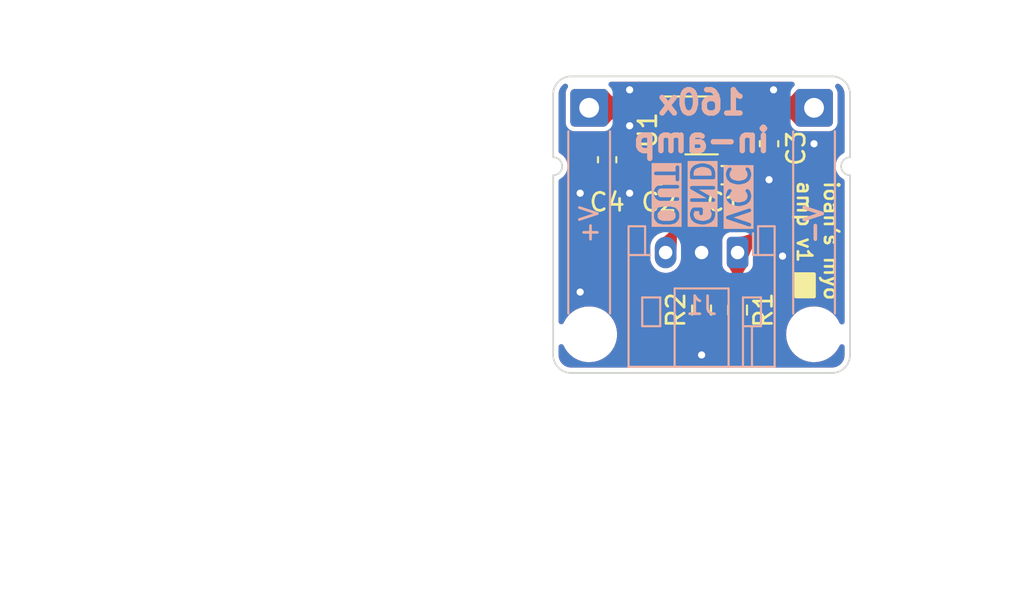
<source format=kicad_pcb>
(kicad_pcb (version 20221018) (generator pcbnew)
  (layers (0 "F.Cu" mixed) (31 "B.Cu" mixed) (34 "B.Paste" user) (35 "F.Paste" user) (36 "B.SilkS" user "B.Silkscreen") (37 "F.SilkS" user "F.Silkscreen") (38 "B.Mask" user) (39 "F.Mask" user) (44 "Edge.Cuts" user))
  (net 0 "")
  (net 1 "Net-(U1-OUT)")
  (net 2 "Net-(U1-FILT)")
  (net 3 "GND")
  (net 4 "+5V")
  (net 5 "Net-(J1-Pin_3)")
  (net 6 "Net-(J2-Pin_1)")
  (net 7 "Net-(J3-Pin_1)")
  (net 8 "REF")
  (footprint "Capacitor_SMD:C_0603_1608Metric_Pad1.08x0.95mm_HandSolder" (layer "F.Cu") (at 152.25 88.25 -90)
    (fp_text reference "C3" (at 0.25 -1.5 90) (layer "F.SilkS"))
    (fp_text value "0.1uF")
    (fp_line (start -0.146267 -0.51) (end 0.146267 -0.51) (stroke (width 0.12)) (layer "F.SilkS"))
    (fp_line (start -0.146267 0.51) (end 0.146267 0.51) (stroke (width 0.12)) (layer "F.SilkS"))
    (pad "1" smd roundrect (at -0.8625 0 270) (size 1.075 0.95) (layers "F.Cu" "F.Paste" "F.Mask") (net 4 "+5V"))
    (pad "2" smd roundrect (at 0.8625 0 270) (size 1.075 0.95) (layers "F.Cu" "F.Paste" "F.Mask") (net 3 "GND"))
  )
  (footprint "Capacitor_SMD:C_0603_1608Metric_Pad1.08x0.95mm_HandSolder" (layer "F.Cu") (at 143.25 89.1375 90)
    (fp_text reference "C4" (at -2.3625 0 180) (layer "F.SilkS"))
    (fp_text value "0.1uF")
    (fp_line (start -0.146267 -0.51) (end 0.146267 -0.51) (stroke (width 0.12)) (layer "F.SilkS"))
    (fp_line (start -0.146267 0.51) (end 0.146267 0.51) (stroke (width 0.12)) (layer "F.SilkS"))
    (pad "1" smd roundrect (at -0.8625 0 90) (size 1.075 0.95) (layers "F.Cu" "F.Paste" "F.Mask") (net 8 "REF"))
    (pad "2" smd roundrect (at 0.8625 0 90) (size 1.075 0.95) (layers "F.Cu" "F.Paste" "F.Mask") (net 3 "GND"))
  )
  (footprint "Capacitor_SMD:C_0603_1608Metric_Pad1.08x0.95mm_HandSolder" (layer "F.Cu") (at 149.75 90 180)
    (fp_text reference "C1" (at 0.000585 -1.5) (layer "F.SilkS"))
    (fp_text value "680pF")
    (fp_line (start -0.146267 -0.51) (end 0.146267 -0.51) (stroke (width 0.12)) (layer "F.SilkS"))
    (fp_line (start -0.146267 0.51) (end 0.146267 0.51) (stroke (width 0.12)) (layer "F.SilkS"))
    (pad "1" smd roundrect (at -0.8625 0 180) (size 1.075 0.95) (layers "F.Cu" "F.Paste" "F.Mask") (net 1 "Net-(U1-OUT)"))
    (pad "2" smd roundrect (at 0.8625 0 180) (size 1.075 0.95) (layers "F.Cu" "F.Paste" "F.Mask") (net 2 "Net-(U1-FILT)"))
  )
  (footprint "Package_TO_SOT_SMD:SOT-23-8_Handsoldering" (layer "F.Cu") (at 148.5 87.23)
    (fp_text reference "U1" (at -3 0.27 -90) (layer "F.SilkS"))
    (fp_text value "AD8293G160ARJZ-R7")
    (fp_line (start -0.9 1.61) (end 0.9 1.61) (stroke (width 0.12)) (layer "F.SilkS"))
    (fp_line (start 0.9 -1.61) (end -2.05 -1.61) (stroke (width 0.12)) (layer "F.SilkS"))
    (pad "1" smd rect (at -1.35 -0.98) (size 1.56 0.4) (layers "F.Cu" "F.Paste" "F.Mask") (net 6 "Net-(J2-Pin_1)"))
    (pad "2" smd rect (at -1.35 -0.33) (size 1.56 0.4) (layers "F.Cu" "F.Paste" "F.Mask") (net 3 "GND"))
    (pad "3" smd rect (at -1.35 0.33) (size 1.56 0.4) (layers "F.Cu" "F.Paste" "F.Mask") (net 8 "REF"))
    (pad "4" smd rect (at -1.35 0.98) (size 1.56 0.4) (layers "F.Cu" "F.Paste" "F.Mask") (net 5 "Net-(J1-Pin_3)"))
    (pad "5" smd rect (at 1.35 0.98) (size 1.56 0.4) (layers "F.Cu" "F.Paste" "F.Mask") (net 2 "Net-(U1-FILT)"))
    (pad "6" smd rect (at 1.35 0.33) (size 1.56 0.4) (layers "F.Cu" "F.Paste" "F.Mask") (net 1 "Net-(U1-OUT)"))
    (pad "7" smd rect (at 1.35 -0.33) (size 1.56 0.4) (layers "F.Cu" "F.Paste" "F.Mask") (net 4 "+5V"))
    (pad "8" smd rect (at 1.35 -0.98) (size 1.56 0.4) (layers "F.Cu" "F.Paste" "F.Mask") (net 7 "Net-(J3-Pin_1)"))
  )
  (footprint "Resistor_SMD:R_0603_1608Metric_Pad0.98x0.95mm_HandSolder" (layer "F.Cu") (at 148.5 97.501 90)
    (fp_text reference "R2" (at 0 -1.43 90) (layer "F.SilkS"))
    (fp_text value "500k 1%")
    (fp_line (start -0.254724 -0.5225) (end 0.254724 -0.5225) (stroke (width 0.12)) (layer "F.SilkS"))
    (fp_line (start -0.254724 0.5225) (end 0.254724 0.5225) (stroke (width 0.12)) (layer "F.SilkS"))
    (pad "1" smd roundrect (at -0.9125 0 90) (size 0.975 0.95) (layers "F.Cu" "F.Paste" "F.Mask") (net 8 "REF"))
    (pad "2" smd roundrect (at 0.9125 0 90) (size 0.975 0.95) (layers "F.Cu" "F.Paste" "F.Mask") (net 3 "GND"))
  )
  (footprint "Resistor_SMD:R_0603_1608Metric_Pad0.98x0.95mm_HandSolder" (layer "F.Cu") (at 150.5 97.501 -90)
    (fp_text reference "R1" (at 0 -1.43 90) (layer "F.SilkS"))
    (fp_text value "500k 1%")
    (fp_line (start -0.254724 -0.5225) (end 0.254724 -0.5225) (stroke (width 0.12)) (layer "F.SilkS"))
    (fp_line (start -0.254724 0.5225) (end 0.254724 0.5225) (stroke (width 0.12)) (layer "F.SilkS"))
    (pad "1" smd roundrect (at -0.9125 0 270) (size 0.975 0.95) (layers "F.Cu" "F.Paste" "F.Mask") (net 4 "+5V"))
    (pad "2" smd roundrect (at 0.9125 0 270) (size 0.975 0.95) (layers "F.Cu" "F.Paste" "F.Mask") (net 8 "REF"))
  )
  (footprint "Capacitor_SMD:C_0603_1608Metric_Pad1.08x0.95mm_HandSolder" (layer "F.Cu") (at 146.1375 90 180)
    (fp_text reference "C2" (at 0.009245 -1.5) (layer "F.SilkS"))
    (fp_text value "39nF")
    (fp_line (start -0.146267 -0.51) (end 0.146267 -0.51) (stroke (width 0.12)) (layer "F.SilkS"))
    (fp_line (start -0.146267 0.51) (end 0.146267 0.51) (stroke (width 0.12)) (layer "F.SilkS"))
    (pad "1" smd roundrect (at -0.8625 0 180) (size 1.075 0.95) (layers "F.Cu" "F.Paste" "F.Mask") (net 5 "Net-(J1-Pin_3)"))
    (pad "2" smd roundrect (at 0.8625 0 180) (size 1.075 0.95) (layers "F.Cu" "F.Paste" "F.Mask") (net 3 "GND"))
  )
  (footprint "Connector_Wire:SolderWire-0.5sqmm_1x01_D0.9mm_OD2.1mm_Relief" (layer "B.Cu") (at 142.25 86.25 180)
    (fp_text reference "J2" hide)
    (fp_text value "Conn_01x01")
    (fp_line (start -1.16 -1.31) (end -1.16 -11.44) (stroke (width 0.12)) (layer "B.SilkS"))
    (fp_line (start 1.16 -1.31) (end 1.16 -11.44) (stroke (width 0.12)) (layer "B.SilkS"))
    (pad "" np_thru_hole circle (at 0 -12.6 180) (size 2.6 2.6) (drill 2.6) (layers "*.Cu" "*.Mask"))
    (pad "1" thru_hole roundrect (at 0 0 180) (size 2.1 2.1) (drill 1.1) (layers "*.Cu" "*.Mask") (roundrect_rratio 0.119048) (net 6 "Net-(J2-Pin_1)"))
  )
  (footprint "Connector_JST:JST_PH_S3B-PH-K_1x03_P2.00mm_Horizontal" (layer "B.Cu") (at 150.5 94.3 180)
    (fp_text reference "J1" (at 2 -2.95) (layer "B.SilkS") (effects (justify mirror)))
    (fp_text value "Conn_01x03")
    (fp_line (start -2.06 -6.36) (end 6.06 -6.36) (stroke (width 0.12)) (layer "B.SilkS"))
    (fp_line (start -2.06 -0.14) (end -1.14 -0.14) (stroke (width 0.12)) (layer "B.SilkS"))
    (fp_line (start -2.06 1.46) (end -2.06 -6.36) (stroke (width 0.12)) (layer "B.SilkS"))
    (fp_line (start -1.3 -4.1) (end -0.3 -4.1) (stroke (width 0.12)) (layer "B.SilkS"))
    (fp_line (start -1.3 -2.5) (end -1.3 -4.1) (stroke (width 0.12)) (layer "B.SilkS"))
    (fp_line (start -1.14 -0.14) (end -1.14 1.46) (stroke (width 0.12)) (layer "B.SilkS"))
    (fp_line (start -1.14 1.46) (end -2.06 1.46) (stroke (width 0.12)) (layer "B.SilkS"))
    (fp_line (start -0.86 -0.14) (end -1.14 -0.14) (stroke (width 0.12)) (layer "B.SilkS"))
    (fp_line (start -0.86 -0.14) (end -0.86 1.075) (stroke (width 0.12)) (layer "B.SilkS"))
    (fp_line (start -0.8 -4.1) (end -0.8 -6.36) (stroke (width 0.12)) (layer "B.SilkS"))
    (fp_line (start -0.3 -4.1) (end -0.3 -6.36) (stroke (width 0.12)) (layer "B.SilkS"))
    (fp_line (start -0.3 -4.1) (end -0.3 -2.5) (stroke (width 0.12)) (layer "B.SilkS"))
    (fp_line (start -0.3 -2.5) (end -1.3 -2.5) (stroke (width 0.12)) (layer "B.SilkS"))
    (fp_line (start 0.5 -6.36) (end 0.5 -2) (stroke (width 0.12)) (layer "B.SilkS"))
    (fp_line (start 0.5 -2) (end 3.5 -2) (stroke (width 0.12)) (layer "B.SilkS"))
    (fp_line (start 3.5 -2) (end 3.5 -6.36) (stroke (width 0.12)) (layer "B.SilkS"))
    (fp_line (start 4.3 -4.1) (end 4.3 -2.5) (stroke (width 0.12)) (layer "B.SilkS"))
    (fp_line (start 4.3 -2.5) (end 5.3 -2.5) (stroke (width 0.12)) (layer "B.SilkS"))
    (fp_line (start 5.14 -0.14) (end 4.86 -0.14) (stroke (width 0.12)) (layer "B.SilkS"))
    (fp_line (start 5.14 1.46) (end 5.14 -0.14) (stroke (width 0.12)) (layer "B.SilkS"))
    (fp_line (start 5.3 -4.1) (end 4.3 -4.1) (stroke (width 0.12)) (layer "B.SilkS"))
    (fp_line (start 5.3 -2.5) (end 5.3 -4.1) (stroke (width 0.12)) (layer "B.SilkS"))
    (fp_line (start 6.06 -6.36) (end 6.06 1.46) (stroke (width 0.12)) (layer "B.SilkS"))
    (fp_line (start 6.06 -0.14) (end 5.14 -0.14) (stroke (width 0.12)) (layer "B.SilkS"))
    (fp_line (start 6.06 1.46) (end 5.14 1.46) (stroke (width 0.12)) (layer "B.SilkS"))
    (pad "1" thru_hole roundrect (at 0 0 180) (size 1.2 1.75) (drill 0.75) (layers "*.Cu" "*.Mask") (roundrect_rratio 0.208333) (net 4 "+5V"))
    (pad "2" thru_hole oval (at 2 0 180) (size 1.2 1.75) (drill 0.75) (layers "*.Cu" "*.Mask") (net 3 "GND"))
    (pad "3" thru_hole oval (at 4 0 180) (size 1.2 1.75) (drill 0.75) (layers "*.Cu" "*.Mask") (net 5 "Net-(J1-Pin_3)"))
  )
  (footprint "Connector_Wire:SolderWire-0.5sqmm_1x01_D0.9mm_OD2.1mm_Relief" (layer "B.Cu") (at 154.75 86.25 180)
    (fp_text reference "J3" hide)
    (fp_text value "Conn_01x01")
    (fp_line (start -1.16 -1.31) (end -1.16 -11.44) (stroke (width 0.12)) (layer "B.SilkS"))
    (fp_line (start 1.16 -1.31) (end 1.16 -11.44) (stroke (width 0.12)) (layer "B.SilkS"))
    (pad "" np_thru_hole circle (at 0 -12.6 180) (size 2.6 2.6) (drill 2.6) (layers "*.Cu" "*.Mask"))
    (pad "1" thru_hole roundrect (at 0 0 180) (size 2.1 2.1) (drill 1.1) (layers "*.Cu" "*.Mask") (roundrect_rratio 0.119048) (net 7 "Net-(J3-Pin_1)"))
  )
  (gr_rect (start 153.75 95.5) (end 154.75 96.75) (stroke (width 0.2)) (fill solid) (layer "F.SilkS"))
  (gr_arc (start 140.25 85.5) (mid 140.542893 84.792893) (end 141.25 84.5) (stroke (width 0.1)) (layer "Edge.Cuts"))
  (gr_arc (start 155.75 84.5) (mid 156.457107 84.792893) (end 156.75 85.5) (stroke (width 0.1)) (layer "Edge.Cuts"))
  (gr_line (start 156.749999 89.999999) (end 156.75 100) (stroke (width 0.1)) (layer "Edge.Cuts"))
  (gr_line (start 141.25 84.5) (end 155.75 84.5) (stroke (width 0.1)) (layer "Edge.Cuts"))
  (gr_line (start 140.25 100) (end 140.25 90) (stroke (width 0.1)) (layer "Edge.Cuts"))
  (gr_line (start 140.25 89) (end 140.25 85.5) (stroke (width 0.1)) (layer "Edge.Cuts"))
  (gr_arc (start 156.749999 89.999999) (mid 156.250001 89.5) (end 156.749999 89.000001) (stroke (width 0.1)) (layer "Edge.Cuts"))
  (gr_arc (start 141.25 101) (mid 140.542893 100.707107) (end 140.25 100) (stroke (width 0.1)) (layer "Edge.Cuts"))
  (gr_line (start 156.75 85.5) (end 156.749999 89.000001) (stroke (width 0.1)) (layer "Edge.Cuts"))
  (gr_arc (start 156.75 100) (mid 156.457107 100.707107) (end 155.75 101) (stroke (width 0.1)) (layer "Edge.Cuts"))
  (gr_arc (start 140.25 89) (mid 140.75 89.5) (end 140.25 90) (stroke (width 0.1)) (layer "Edge.Cuts"))
  (gr_line (start 155.75 101) (end 141.25 101) (stroke (width 0.1)) (layer "Edge.Cuts"))
  (gr_text "V-" (at 154.75 92.75 90) (layer "B.SilkS") (effects (font (size 1 1) (thickness 0.2) bold) (justify mirror)))
  (gr_text "VCC" (at 150.5 93 270) (layer "B.SilkS" knockout) (effects (font (size 1.2 1.2) (thickness 0.2) bold) (justify left mirror)))
  (gr_text "V+" (at 142.25 92.75 90) (layer "B.SilkS") (effects (font (size 1 1)) (justify mirror)))
  (gr_text "OUT" (at 146.5 93 270) (layer "B.SilkS" knockout) (effects (font (size 1.2 1.2) (thickness 0.2) bold) (justify left mirror)))
  (gr_text "GND" (at 148.5 93 270) (layer "B.SilkS" knockout) (effects (font (size 1.2 1.2) (thickness 0.2) bold) (justify left mirror)))
  (gr_text "160x\nin-amp" (at 148.5 87) (layer "B.SilkS") (effects (font (size 1.3 1.3) (thickness 0.3) bold) (justify mirror)))
  (gr_text "amp v1" (at 153.75 90.25 -90) (layer "F.SilkS") (effects (font (size 0.8 0.8)) (justify left bottom)))
  (gr_text "ioan's myo" (at 155.25 90.25 270) (layer "F.SilkS") (effects (font (size 0.8 0.8) (thickness 0.15) bold) (justify left bottom)))
  (segment (start 151.03 89.5825) (end 151.03 87.78) (width 0.3) (layer "F.Cu") (net 1))
  (segment (start 150.6125 90) (end 151.03 89.5825) (width 0.3) (layer "F.Cu") (net 1))
  (segment (start 151.03 87.78) (end 150.81 87.56) (width 0.3) (layer "F.Cu") (net 1))
  (segment (start 149.7 87.56) (end 150.81 87.56) (width 0.3) (layer "F.Cu") (net 1))
  (segment (start 149 90) (end 149.85 89.15) (width 0.3) (layer "F.Cu") (net 2))
  (segment (start 148.8875 90) (end 149 90) (width 0.3) (layer "F.Cu") (net 2))
  (segment (start 149.85 89.15) (end 149.85 88.21) (width 0.3) (layer "F.Cu") (net 2))
  (via (at 148.5 100) (size 0.8) (drill 0.4) (layers "F.Cu" "B.Cu") (net 3))
  (via (at 141.75 96.5) (size 0.8) (drill 0.4) (layers "F.Cu" "B.Cu") (net 3))
  (via (at 144.5 85.25) (size 0.8) (drill 0.4) (layers "F.Cu" "B.Cu") (net 3))
  (via (at 152.25 90.250002) (size 0.8) (drill 0.4) (layers "F.Cu" "B.Cu") (net 3))
  (via (at 141.75 91) (size 0.8) (drill 0.4) (layers "F.Cu" "B.Cu") (net 3))
  (via (at 153 94.5) (size 0.8) (drill 0.4) (layers "F.Cu" "B.Cu") (net 3))
  (via (at 144.5 91) (size 0.8) (drill 0.4) (layers "F.Cu" "B.Cu") (net 3))
  (via (at 154.75 88.25) (size 0.8) (drill 0.4) (layers "F.Cu" "B.Cu") (net 3))
  (via (at 152.5 85.25) (size 0.8) (drill 0.4) (layers "F.Cu" "B.Cu") (net 3))
  (via (at 144.5 87.25) (size 0.8) (drill 0.4) (layers "F.Cu" "B.Cu") (net 3))
  (segment (start 153.25 88.3875) (end 152.25 87.3875) (width 0.4) (layer "F.Cu") (net 4))
  (segment (start 149.85 86.9) (end 151.7625 86.9) (width 0.3) (layer "F.Cu") (net 4))
  (segment (start 150.5 94.3) (end 153.25 91.55) (width 0.4) (layer "F.Cu") (net 4))
  (segment (start 153.25 91.55) (end 153.25 88.3875) (width 0.4) (layer "F.Cu") (net 4))
  (segment (start 151.7625 86.9) (end 152.25 87.3875) (width 0.3) (layer "F.Cu") (net 4))
  (segment (start 150.5 96.5875) (end 150.5 94.3) (width 0.3) (layer "F.Cu") (net 4))
  (segment (start 146.5 93.75) (end 147 93.25) (width 0.3) (layer "F.Cu") (net 5))
  (segment (start 147 90) (end 147 88.36) (width 0.3) (layer "F.Cu") (net 5))
  (segment (start 147 88.36) (end 147.15 88.21) (width 0.3) (layer "F.Cu") (net 5))
  (segment (start 147 90) (end 147 93.25) (width 0.3) (layer "F.Cu") (net 5))
  (segment (start 142.25 86.25) (end 147.15 86.25) (width 0.3) (layer "F.Cu") (net 6))
  (segment (start 154.75 86.25) (end 149.85 86.25) (width 0.3) (layer "F.Cu") (net 7))
  (segment (start 150.5 98.4135) (end 148.5 98.4135) (width 0.3) (layer "F.Cu") (net 8))
  (segment (start 143.25 90) (end 145.69 87.56) (width 0.3) (layer "F.Cu") (net 8))
  (segment (start 145.69 87.56) (end 147.15 87.56) (width 0.3) (layer "F.Cu") (net 8))
  (segment (start 148.5 98.4135) (end 146.9135 98.4135) (width 0.3) (layer "F.Cu") (net 8))
  (segment (start 146.9135 98.4135) (end 143.25 94.75) (width 0.3) (layer "F.Cu") (net 8))
  (segment (start 143.25 94.75) (end 143.25 90.25) (width 0.3) (layer "F.Cu") (net 8))
  (zone locked (net 3) (net_name "GND") (layers "F&B.Cu") (name "Gnd") (connect_pads yes (clearance 0.2)) (min_thickness 0.3) (fill yes (thermal_gap 0.5) (thermal_bridge_width 0.5))
    (polygon (pts (xy 138.5 83.75) (xy 158.25 83.75) (xy 158.25 101.5) (xy 138.5 101.5)))
  )
)
</source>
